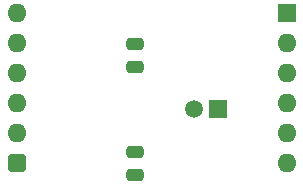
<source format=gbs>
%TF.GenerationSoftware,KiCad,Pcbnew,8.0.7*%
%TF.CreationDate,2025-03-13T08:57:24+02:00*%
%TF.ProjectId,HCP65 Native Memory Select,48435036-3520-44e6-9174-697665204d65,V0*%
%TF.SameCoordinates,Original*%
%TF.FileFunction,Soldermask,Bot*%
%TF.FilePolarity,Negative*%
%FSLAX46Y46*%
G04 Gerber Fmt 4.6, Leading zero omitted, Abs format (unit mm)*
G04 Created by KiCad (PCBNEW 8.0.7) date 2025-03-13 08:57:24*
%MOMM*%
%LPD*%
G01*
G04 APERTURE LIST*
G04 Aperture macros list*
%AMRoundRect*
0 Rectangle with rounded corners*
0 $1 Rounding radius*
0 $2 $3 $4 $5 $6 $7 $8 $9 X,Y pos of 4 corners*
0 Add a 4 corners polygon primitive as box body*
4,1,4,$2,$3,$4,$5,$6,$7,$8,$9,$2,$3,0*
0 Add four circle primitives for the rounded corners*
1,1,$1+$1,$2,$3*
1,1,$1+$1,$4,$5*
1,1,$1+$1,$6,$7*
1,1,$1+$1,$8,$9*
0 Add four rect primitives between the rounded corners*
20,1,$1+$1,$2,$3,$4,$5,0*
20,1,$1+$1,$4,$5,$6,$7,0*
20,1,$1+$1,$6,$7,$8,$9,0*
20,1,$1+$1,$8,$9,$2,$3,0*%
G04 Aperture macros list end*
%ADD10C,1.500000*%
%ADD11R,1.500000X1.500000*%
%ADD12R,1.600000X1.600000*%
%ADD13O,1.600000X1.600000*%
%ADD14RoundRect,0.400000X-0.400000X-0.400000X0.400000X-0.400000X0.400000X0.400000X-0.400000X0.400000X0*%
%ADD15RoundRect,0.250000X-0.475000X0.250000X-0.475000X-0.250000X0.475000X-0.250000X0.475000X0.250000X0*%
G04 APERTURE END LIST*
D10*
%TO.C,C3*%
X15017999Y-8128000D03*
D11*
X17018000Y-8128000D03*
%TD*%
D12*
%TO.C,J2*%
X22860000Y0D03*
D13*
X22860000Y-2540000D03*
X22860000Y-5080000D03*
X22860000Y-7620000D03*
X22860000Y-10160000D03*
X22860000Y-12700000D03*
D14*
X0Y-12700000D03*
D13*
X0Y-10160000D03*
X0Y-7620000D03*
X0Y-5080000D03*
X0Y-2540000D03*
X0Y0D03*
%TD*%
D15*
%TO.C,C2*%
X10033000Y-4522000D03*
X10033000Y-2622000D03*
%TD*%
%TO.C,C1*%
X10033000Y-13666000D03*
X10033000Y-11766000D03*
%TD*%
M02*

</source>
